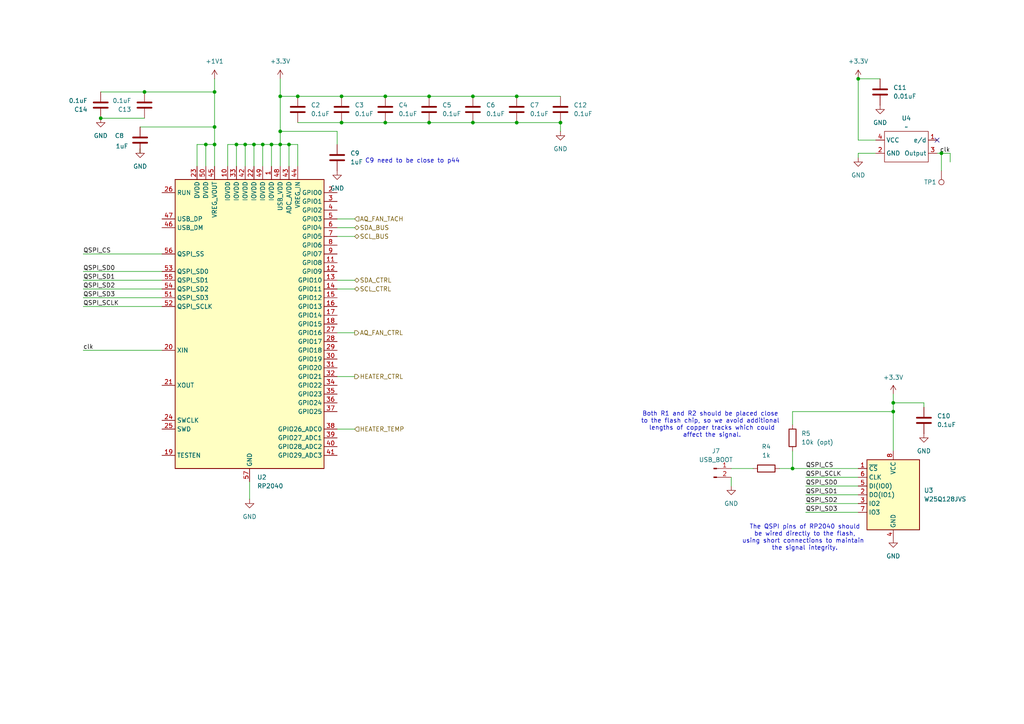
<source format=kicad_sch>
(kicad_sch (version 20231120) (generator "eeschema") (generator_version "8.0")
  (paper "A4")
  (lib_symbols
    (symbol "Connector:Conn_01x02_Pin" (pin_names (offset 1.016) hide)
      (property "Reference" "J" (at 0 2.54 0))
      (property "Value" "Conn_01x02_Pin" (at 0 -5.08 0))
      (symbol "Conn_01x02_Pin_1_1"
        (polyline (pts (xy 1.27 -2.54) (xy 0.8636 -2.54)) (stroke (width 0.1524)))
        (polyline (pts (xy 1.27 0) (xy 0.8636 0)) (stroke (width 0.1524)))
        (rectangle (start 0.8636 -2.413) (end 0 -2.667) (stroke (width 0.1524)) (fill (type outline)))
        (rectangle (start 0.8636 0.127) (end 0 -0.127) (stroke (width 0.1524)) (fill (type outline)))
        (pin passive line (at 5.08 0 180) (length 3.81) (name "Pin_1") (number "1"))
        (pin passive line (at 5.08 -2.54 180) (length 3.81) (name "Pin_2") (number "2"))
      )
    )
    (symbol "Connector:TestPoint" (pin_numbers hide) (pin_names (offset 0.762) hide)
      (property "Reference" "TP" (at 0 6.858 0))
      (property "Value" "TestPoint" (at 0 5.08 0))
      (symbol "TestPoint_0_1"
        (circle (center 0 3.302) (radius 0.762))
      )
      (symbol "TestPoint_1_1"
        (pin passive line (at 0 0 90) (length 2.54) (name "1") (number "1"))
      )
    )
    (symbol "Device:C" (pin_numbers hide) (pin_names (offset 0.254))
      (property "Reference" "C" (at 0.635 2.54 0))
      (property "Value" "C" (at 0.635 -2.54 0))
      (symbol "C_0_1"
        (polyline (pts (xy -2.032 -0.762) (xy 2.032 -0.762)) (stroke (width 0.508)))
        (polyline (pts (xy -2.032 0.762) (xy 2.032 0.762)) (stroke (width 0.508)))
      )
      (symbol "C_1_1"
        (pin passive line (at 0 3.81 270) (length 2.794) (name "~") (number "1"))
        (pin passive line (at 0 -3.81 90) (length 2.794) (name "~") (number "2"))
      )
    )
    (symbol "Device:R" (pin_numbers hide) (pin_names (offset 0))
      (property "Reference" "R" (at 2.032 0 90))
      (property "Value" "R" (at 0 0 90))
      (symbol "R_0_1"
        (rectangle (start -1.016 -2.54) (end 1.016 2.54) (stroke (width 0.254)))
      )
      (symbol "R_1_1"
        (pin passive line (at 0 3.81 270) (length 1.27) (name "~") (number "1"))
        (pin passive line (at 0 -3.81 90) (length 1.27) (name "~") (number "2"))
      )
    )
    (symbol "MCU_RaspberryPi:RP2040"
      (property "Reference" "U2" (at 2.1941 -44.45 0))
      (property "Value" "RP2040" (at 2.1941 -46.99 0))
      (symbol "RP2040_0_1"
        (rectangle (start -21.59 41.91) (end 21.59 -41.91) (stroke (width 0.254)) (fill (type background)))
      )
      (symbol "RP2040_1_1"
        (pin power_in line (at 6.35 45.72 270) (length 3.81) (name "IOVDD") (number "1"))
        (pin passive line (at -6.35 45.72 270) (length 3.81) (name "IOVDD") (number "10"))
        (pin bidirectional line (at 25.4 17.78 180) (length 3.81) (name "GPIO8") (number "11"))
        (pin bidirectional line (at 25.4 15.24 180) (length 3.81) (name "GPIO9") (number "12"))
        (pin bidirectional line (at 25.4 12.7 180) (length 3.81) (name "GPIO10") (number "13"))
        (pin bidirectional line (at 25.4 10.16 180) (length 3.81) (name "GPIO11") (number "14"))
        (pin bidirectional line (at 25.4 7.62 180) (length 3.81) (name "GPIO12") (number "15"))
        (pin bidirectional line (at 25.4 5.08 180) (length 3.81) (name "GPIO13") (number "16"))
        (pin bidirectional line (at 25.4 2.54 180) (length 3.81) (name "GPIO14") (number "17"))
        (pin bidirectional line (at 25.4 0 180) (length 3.81) (name "GPIO15") (number "18"))
        (pin input line (at -25.4 -38.1 0) (length 3.81) (name "TESTEN") (number "19"))
        (pin bidirectional line (at 25.4 38.1 180) (length 3.81) (name "GPIO0") (number "2"))
        (pin input line (at -25.4 -7.62 0) (length 3.81) (name "XIN") (number "20"))
        (pin passive line (at -25.4 -17.78 0) (length 3.81) (name "XOUT") (number "21"))
        (pin passive line (at 1.27 45.72 270) (length 3.81) (name "IOVDD") (number "22"))
        (pin power_in line (at -15.24 45.72 270) (length 3.81) (name "DVDD") (number "23"))
        (pin input line (at -25.4 -27.94 0) (length 3.81) (name "SWCLK") (number "24"))
        (pin bidirectional line (at -25.4 -30.48 0) (length 3.81) (name "SWD") (number "25"))
        (pin input line (at -25.4 38.1 0) (length 3.81) (name "RUN") (number "26"))
        (pin bidirectional line (at 25.4 -2.54 180) (length 3.81) (name "GPIO16") (number "27"))
        (pin bidirectional line (at 25.4 -5.08 180) (length 3.81) (name "GPIO17") (number "28"))
        (pin bidirectional line (at 25.4 -7.62 180) (length 3.81) (name "GPIO18") (number "29"))
        (pin bidirectional line (at 25.4 35.56 180) (length 3.81) (name "GPIO1") (number "3"))
        (pin bidirectional line (at 25.4 -10.16 180) (length 3.81) (name "GPIO19") (number "30"))
        (pin bidirectional line (at 25.4 -12.7 180) (length 3.81) (name "GPIO20") (number "31"))
        (pin bidirectional line (at 25.4 -15.24 180) (length 3.81) (name "GPIO21") (number "32"))
        (pin passive line (at -3.81 45.72 270) (length 3.81) (name "IOVDD") (number "33"))
        (pin bidirectional line (at 25.4 -17.78 180) (length 3.81) (name "GPIO22") (number "34"))
        (pin bidirectional line (at 25.4 -20.32 180) (length 3.81) (name "GPIO23") (number "35"))
        (pin bidirectional line (at 25.4 -22.86 180) (length 3.81) (name "GPIO24") (number "36"))
        (pin bidirectional line (at 25.4 -25.4 180) (length 3.81) (name "GPIO25") (number "37"))
        (pin bidirectional line (at 25.4 -30.48 180) (length 3.81) (name "GPIO26_ADC0") (number "38"))
        (pin bidirectional line (at 25.4 -33.02 180) (length 3.81) (name "GPIO27_ADC1") (number "39"))
        (pin bidirectional line (at 25.4 33.02 180) (length 3.81) (name "GPIO2") (number "4"))
        (pin bidirectional line (at 25.4 -35.56 180) (length 3.81) (name "GPIO28_ADC2") (number "40"))
        (pin bidirectional line (at 25.4 -38.1 180) (length 3.81) (name "GPIO29_ADC3") (number "41"))
        (pin passive line (at -1.27 45.72 270) (length 3.81) (name "IOVDD") (number "42"))
        (pin power_in line (at 11.43 45.72 270) (length 3.81) (name "ADC_AVDD") (number "43"))
        (pin power_in line (at 13.97 45.72 270) (length 3.81) (name "VREG_IN") (number "44"))
        (pin power_out line (at -10.16 45.72 270) (length 3.81) (name "VREG_VOUT") (number "45"))
        (pin bidirectional line (at -25.4 27.94 0) (length 3.81) (name "USB_DM") (number "46"))
        (pin bidirectional line (at -25.4 30.48 0) (length 3.81) (name "USB_DP") (number "47"))
        (pin power_in line (at 8.89 45.72 270) (length 3.81) (name "USB_VDD") (number "48"))
        (pin passive line (at 3.81 45.72 270) (length 3.81) (name "IOVDD") (number "49"))
        (pin bidirectional line (at 25.4 30.48 180) (length 3.81) (name "GPIO3") (number "5"))
        (pin passive line (at -12.7 45.72 270) (length 3.81) (name "DVDD") (number "50"))
        (pin bidirectional line (at -25.4 7.62 0) (length 3.81) (name "QSPI_SD3") (number "51"))
        (pin output line (at -25.4 5.08 0) (length 3.81) (name "QSPI_SCLK") (number "52"))
        (pin bidirectional line (at -25.4 15.24 0) (length 3.81) (name "QSPI_SD0") (number "53"))
        (pin bidirectional line (at -25.4 10.16 0) (length 3.81) (name "QSPI_SD2") (number "54"))
        (pin bidirectional line (at -25.4 12.7 0) (length 3.81) (name "QSPI_SD1") (number "55"))
        (pin bidirectional line (at -25.4 20.32 0) (length 3.81) (name "QSPI_SS") (number "56"))
        (pin power_in line (at 0 -45.72 90) (length 3.81) (name "GND") (number "57"))
        (pin bidirectional line (at 25.4 27.94 180) (length 3.81) (name "GPIO4") (number "6"))
        (pin bidirectional line (at 25.4 25.4 180) (length 3.81) (name "GPIO5") (number "7"))
        (pin bidirectional line (at 25.4 22.86 180) (length 3.81) (name "GPIO6") (number "8"))
        (pin bidirectional line (at 25.4 20.32 180) (length 3.81) (name "GPIO7") (number "9"))
      )
    )
    (symbol "Memory_Flash:W25Q128JVS"
      (property "Reference" "U" (at -8.89 8.89 0))
      (property "Value" "W25Q128JVS" (at 7.62 8.89 0))
      (symbol "W25Q128JVS_0_1"
        (rectangle (start -7.62 10.16) (end 7.62 -10.16) (stroke (width 0.254)) (fill (type background)))
      )
      (symbol "W25Q128JVS_1_1"
        (pin input line (at -10.16 7.62 0) (length 2.54) (name "~{CS}") (number "1"))
        (pin bidirectional line (at -10.16 0 0) (length 2.54) (name "DO(IO1)") (number "2"))
        (pin bidirectional line (at -10.16 -2.54 0) (length 2.54) (name "IO2") (number "3"))
        (pin power_in line (at 0 -12.7 90) (length 2.54) (name "GND") (number "4"))
        (pin bidirectional line (at -10.16 2.54 0) (length 2.54) (name "DI(IO0)") (number "5"))
        (pin input line (at -10.16 5.08 0) (length 2.54) (name "CLK") (number "6"))
        (pin bidirectional line (at -10.16 -5.08 0) (length 2.54) (name "IO3") (number "7"))
        (pin power_in line (at 0 12.7 270) (length 2.54) (name "VCC") (number "8"))
      )
    )
    (symbol "OSC-S3:OSC-S3"
      (property "Reference" "U4" (at 0 2.54 0))
      (property "Value" "~" (at 0 0 0))
      (symbol "OSC-S3_0_1"
        (rectangle (start -6.35 -1.27) (end 6.35 -10.16))
      )
      (symbol "OSC-S3_1_1"
        (pin input line (at 8.89 -3.81 180) (length 2.54) (name "e/d") (number "1"))
        (pin output line (at -8.89 -7.62 0) (length 2.54) (name "GND") (number "2"))
        (pin output line (at 8.89 -7.62 180) (length 2.54) (name "Output") (number "3"))
        (pin power_in line (at -8.89 -3.81 0) (length 2.54) (name "VCC") (number "4"))
      )
    )
    (symbol "power:+1V1" (power) (pin_numbers hide) (pin_names (offset 0) hide)
      (property "Value" "+1V1" (at 0 3.556 0))
      (symbol "+1V1_0_1"
        (polyline (pts (xy -0.762 1.27) (xy 0 2.54)))
        (polyline (pts (xy 0 0) (xy 0 2.54)))
        (polyline (pts (xy 0 2.54) (xy 0.762 1.27)))
      )
      (symbol "+1V1_1_1"
        (pin power_in line (at 0 0 90) (length 0) (name "~") (number "1"))
      )
    )
    (symbol "power:+3.3V" (power) (pin_numbers hide) (pin_names (offset 0) hide)
      (property "Value" "+3.3V" (at 0 3.556 0))
      (symbol "+3.3V_0_1"
        (polyline (pts (xy -0.762 1.27) (xy 0 2.54)))
        (polyline (pts (xy 0 0) (xy 0 2.54)))
        (polyline (pts (xy 0 2.54) (xy 0.762 1.27)))
      )
      (symbol "+3.3V_1_1"
        (pin power_in line (at 0 0 90) (length 0) (name "~") (number "1"))
      )
    )
    (symbol "power:GND" (power) (pin_numbers hide) (pin_names (offset 0) hide)
      (property "Value" "GND" (at 0 -3.81 0))
      (symbol "GND_0_1"
        (polyline (pts (xy 0 0) (xy 0 -1.27) (xy 1.27 -1.27) (xy 0 -2.54) (xy -1.27 -1.27) (xy 0 -1.27)))
      )
      (symbol "GND_1_1"
        (pin power_in line (at 0 0 270) (length 0) (name "~") (number "1"))
      )
    )
  )
  (junction (at 137.16 27.94))
  (junction (at 62.23 41.91))
  (junction (at 81.28 38.1))
  (junction (at 248.92 22.86))
  (junction (at 111.76 35.56))
  (junction (at 229.87 135.89))
  (junction (at 149.86 27.94))
  (junction (at 259.08 119.38))
  (junction (at 259.08 116.84))
  (junction (at 62.23 36.83))
  (junction (at 81.28 27.94))
  (junction (at 59.69 41.91))
  (junction (at 41.91 26.67))
  (junction (at 162.56 35.56))
  (junction (at 78.74 41.91))
  (junction (at 81.28 41.91))
  (junction (at 137.16 35.56))
  (junction (at 86.36 27.94))
  (junction (at 68.58 41.91))
  (junction (at 99.06 35.56))
  (junction (at 149.86 35.56))
  (junction (at 76.2 41.91))
  (junction (at 29.21 34.29))
  (junction (at 99.06 27.94))
  (junction (at 62.23 26.67))
  (junction (at 83.82 41.91))
  (junction (at 124.46 35.56))
  (junction (at 124.46 27.94))
  (junction (at 111.76 27.94))
  (junction (at 273.05 44.45))
  (junction (at 71.12 41.91))
  (junction (at 73.66 41.91))
  (no_connect (at 271.78 40.64))
  (wire (pts (xy 233.68 148.59) (xy 248.92 148.59)))
  (wire (pts (xy 83.82 41.91) (xy 86.36 41.91)))
  (wire (pts (xy 41.91 26.67) (xy 29.21 26.67)))
  (wire (pts (xy 40.64 44.45) (xy 40.64 43.18)))
  (wire (pts (xy 254 40.64) (xy 248.92 40.64)))
  (wire (pts (xy 81.28 41.91) (xy 81.28 48.26)))
  (wire (pts (xy 233.68 140.97) (xy 248.92 140.97)))
  (wire (pts (xy 229.87 135.89) (xy 248.92 135.89)))
  (wire (pts (xy 97.79 109.22) (xy 102.87 109.22)))
  (wire (pts (xy 248.92 44.45) (xy 254 44.45)))
  (wire (pts (xy 267.97 116.84) (xy 267.97 118.11)))
  (wire (pts (xy 71.12 41.91) (xy 71.12 48.26)))
  (wire (pts (xy 24.13 88.9) (xy 46.99 88.9)))
  (wire (pts (xy 24.13 86.36) (xy 46.99 86.36)))
  (wire (pts (xy 59.69 41.91) (xy 62.23 41.91)))
  (wire (pts (xy 76.2 41.91) (xy 76.2 48.26)))
  (wire (pts (xy 71.12 41.91) (xy 73.66 41.91)))
  (wire (pts (xy 259.08 130.81) (xy 259.08 119.38)))
  (wire (pts (xy 273.05 44.45) (xy 273.05 49.53)))
  (wire (pts (xy 73.66 41.91) (xy 73.66 48.26)))
  (wire (pts (xy 273.05 44.45) (xy 275.59 44.45)))
  (wire (pts (xy 81.28 38.1) (xy 81.28 41.91)))
  (wire (pts (xy 66.04 48.26) (xy 66.04 41.91)))
  (wire (pts (xy 259.08 119.38) (xy 229.87 119.38)))
  (wire (pts (xy 86.36 35.56) (xy 99.06 35.56)))
  (wire (pts (xy 59.69 48.26) (xy 59.69 41.91)))
  (wire (pts (xy 233.68 146.05) (xy 248.92 146.05)))
  (wire (pts (xy 62.23 22.86) (xy 62.23 26.67)))
  (wire (pts (xy 40.64 36.83) (xy 62.23 36.83)))
  (wire (pts (xy 124.46 27.94) (xy 137.16 27.94)))
  (wire (pts (xy 162.56 35.56) (xy 162.56 38.1)))
  (wire (pts (xy 57.15 48.26) (xy 57.15 41.91)))
  (wire (pts (xy 81.28 27.94) (xy 81.28 38.1)))
  (wire (pts (xy 24.13 83.82) (xy 46.99 83.82)))
  (wire (pts (xy 233.68 143.51) (xy 248.92 143.51)))
  (wire (pts (xy 41.91 34.29) (xy 29.21 34.29)))
  (wire (pts (xy 102.87 66.04) (xy 97.79 66.04)))
  (wire (pts (xy 86.36 27.94) (xy 99.06 27.94)))
  (wire (pts (xy 248.92 45.72) (xy 248.92 44.45)))
  (wire (pts (xy 86.36 41.91) (xy 86.36 48.26)))
  (wire (pts (xy 137.16 27.94) (xy 149.86 27.94)))
  (wire (pts (xy 149.86 35.56) (xy 162.56 35.56)))
  (wire (pts (xy 68.58 41.91) (xy 71.12 41.91)))
  (wire (pts (xy 97.79 41.91) (xy 97.79 38.1)))
  (wire (pts (xy 248.92 22.86) (xy 255.27 22.86)))
  (wire (pts (xy 102.87 68.58) (xy 97.79 68.58)))
  (wire (pts (xy 83.82 41.91) (xy 83.82 48.26)))
  (wire (pts (xy 24.13 78.74) (xy 46.99 78.74)))
  (wire (pts (xy 78.74 41.91) (xy 78.74 48.26)))
  (wire (pts (xy 66.04 41.91) (xy 68.58 41.91)))
  (wire (pts (xy 149.86 27.94) (xy 162.56 27.94)))
  (wire (pts (xy 78.74 41.91) (xy 81.28 41.91)))
  (wire (pts (xy 81.28 41.91) (xy 83.82 41.91)))
  (wire (pts (xy 72.39 139.7) (xy 72.39 144.78)))
  (wire (pts (xy 111.76 27.94) (xy 124.46 27.94)))
  (wire (pts (xy 24.13 101.6) (xy 46.99 101.6)))
  (wire (pts (xy 97.79 81.28) (xy 102.87 81.28)))
  (wire (pts (xy 24.13 81.28) (xy 46.99 81.28)))
  (wire (pts (xy 57.15 41.91) (xy 59.69 41.91)))
  (wire (pts (xy 99.06 27.94) (xy 111.76 27.94)))
  (wire (pts (xy 76.2 41.91) (xy 78.74 41.91)))
  (wire (pts (xy 97.79 63.5) (xy 102.87 63.5)))
  (wire (pts (xy 233.68 138.43) (xy 248.92 138.43)))
  (wire (pts (xy 212.09 138.43) (xy 212.09 140.97)))
  (wire (pts (xy 259.08 116.84) (xy 267.97 116.84)))
  (wire (pts (xy 97.79 83.82) (xy 102.87 83.82)))
  (wire (pts (xy 97.79 96.52) (xy 102.87 96.52)))
  (wire (pts (xy 62.23 26.67) (xy 41.91 26.67)))
  (wire (pts (xy 99.06 35.56) (xy 111.76 35.56)))
  (wire (pts (xy 259.08 114.3) (xy 259.08 116.84)))
  (wire (pts (xy 226.06 135.89) (xy 229.87 135.89)))
  (wire (pts (xy 229.87 130.81) (xy 229.87 135.89)))
  (wire (pts (xy 259.08 119.38) (xy 259.08 116.84)))
  (wire (pts (xy 212.09 135.89) (xy 218.44 135.89)))
  (wire (pts (xy 81.28 22.86) (xy 81.28 27.94)))
  (wire (pts (xy 275.59 44.45) (xy 275.59 46.99)))
  (wire (pts (xy 248.92 40.64) (xy 248.92 22.86)))
  (wire (pts (xy 124.46 35.56) (xy 137.16 35.56)))
  (wire (pts (xy 229.87 119.38) (xy 229.87 123.19)))
  (wire (pts (xy 97.79 124.46) (xy 102.87 124.46)))
  (wire (pts (xy 68.58 41.91) (xy 68.58 48.26)))
  (wire (pts (xy 271.78 44.45) (xy 273.05 44.45)))
  (wire (pts (xy 137.16 35.56) (xy 149.86 35.56)))
  (wire (pts (xy 24.13 73.66) (xy 46.99 73.66)))
  (wire (pts (xy 111.76 35.56) (xy 124.46 35.56)))
  (wire (pts (xy 62.23 26.67) (xy 62.23 36.83)))
  (wire (pts (xy 62.23 36.83) (xy 62.23 41.91)))
  (wire (pts (xy 97.79 38.1) (xy 81.28 38.1)))
  (wire (pts (xy 81.28 27.94) (xy 86.36 27.94)))
  (wire (pts (xy 73.66 41.91) (xy 76.2 41.91)))
  (wire (pts (xy 62.23 41.91) (xy 62.23 48.26)))
  (text "C9 need to be close to p44" (at 119.634 46.736 0) (effects (font (size 1.27 1.27))))
  (text "Both R1 and R2 should be placed close \nto the flash chip, so we avoid additional \nlengths of copper tracks which could\naffect the signal." (at 206.502 123.19 0) (effects (font (size 1.27 1.27))))
  (text "The QSPI pins of RP2040 should\nbe wired directly to the flash,\nusing short connections to maintain \nthe signal integrity." (at 233.426 155.956 0) (effects (font (size 1.27 1.27))))
  (label "QSPI_SD0" (at 233.68 140.97 0))
  (label "QSPI_SD1" (at 233.68 143.51 0))
  (label "clk" (at 24.13 101.6 0))
  (label "QSPI_SD1" (at 24.13 81.28 0))
  (label "clk" (at 275.59 44.45 180))
  (label "QSPI_SD3" (at 233.68 148.59 0))
  (label "QSPI_CS" (at 24.13 73.66 0))
  (label "QSPI_SD2" (at 24.13 83.82 0))
  (label "QSPI_SD0" (at 24.13 78.74 0))
  (label "QSPI_CS" (at 233.68 135.89 0))
  (label "QSPI_SD3" (at 24.13 86.36 0))
  (label "QSPI_SD2" (at 233.68 146.05 0))
  (label "QSPI_SCLK" (at 24.13 88.9 0))
  (label "QSPI_SCLK" (at 233.68 138.43 0))
  (hierarchical_label "SCL_BUS" (shape bidirectional) (at 102.87 68.58 0))
  (hierarchical_label "AQ_FAN_CTRL" (shape output) (at 102.87 96.52 0))
  (hierarchical_label "SCL_CTRL" (shape bidirectional) (at 102.87 83.82 0))
  (hierarchical_label "SDA_CTRL" (shape bidirectional) (at 102.87 81.28 0))
  (hierarchical_label "HEATER_TEMP" (shape input) (at 102.87 124.46 0))
  (hierarchical_label "SDA_BUS" (shape bidirectional) (at 102.87 66.04 0))
  (hierarchical_label "HEATER_CTRL" (shape output) (at 102.87 109.22 0))
  (hierarchical_label "AQ_FAN_TACH" (shape input) (at 102.87 63.5 0))
  (symbol (lib_id "power:+1V1") (at 62.23 22.86 0) (unit 1)
    (property "Reference" "#PWR08" (effects (hide yes)))
    (property "Value" "+1V1" (at 62.23 17.78 0))
    (property "Description" "Power symbol creates a global label with name \"+1V1\"" (effects (hide yes)))
  )
  (symbol (lib_id "Device:C") (at 162.56 31.75 0) (unit 1)
    (property "Reference" "C12" (at 166.37 30.4799 0) (effects (justify left)))
    (property "Value" "0.1uF" (at 166.37 33.0199 0) (effects (justify left)))
    (property "Footprint" "Capacitor_SMD:C_0603_1608Metric" (effects (hide yes)))
    (property "Description" "Unpolarized capacitor" (effects (hide yes)))
  )
  (symbol (lib_id "Device:C") (at 255.27 26.67 180) (unit 1)
    (property "Reference" "C11" (at 259.08 25.3999 0) (effects (justify right)))
    (property "Value" "0.01uF" (at 259.08 27.9399 0) (effects (justify right)))
    (property "Footprint" "Capacitor_SMD:C_0603_1608Metric" (effects (hide yes)))
    (property "Description" "Unpolarized capacitor" (effects (hide yes)))
  )
  (symbol (lib_id "power:GND") (at 40.64 43.18 0) (unit 1)
    (property "Reference" "#PWR07" (effects (hide yes)))
    (property "Value" "GND" (at 40.64 48.26 0))
    (property "Description" "Power symbol creates a global label with name \"GND\" , ground" (effects (hide yes)))
  )
  (symbol (lib_id "power:GND") (at 97.79 49.53 0) (unit 1)
    (property "Reference" "#PWR011" (effects (hide yes)))
    (property "Value" "GND" (at 97.79 54.61 0))
    (property "Description" "Power symbol creates a global label with name \"GND\" , ground" (effects (hide yes)))
  )
  (symbol (lib_id "power:GND") (at 72.39 144.78 0) (unit 1)
    (property "Reference" "#PWR09" (effects (hide yes)))
    (property "Value" "GND" (at 72.39 149.86 0))
    (property "Description" "Power symbol creates a global label with name \"GND\" , ground" (effects (hide yes)))
  )
  (symbol (lib_id "OSC-S3:OSC-S3") (at 262.89 36.83 0) (unit 1)
    (property "Reference" "U4" (at 262.89 34.29 0))
    (property "Value" "~" (at 262.89 36.83 0))
    (property "Footprint" "Library:OSC-S3" (effects (hide yes)))
  )
  (symbol (lib_id "power:GND") (at 259.08 156.21 0) (unit 1)
    (property "Reference" "#PWR019" (effects (hide yes)))
    (property "Value" "GND" (at 259.08 161.29 0))
    (property "Description" "Power symbol creates a global label with name \"GND\" , ground" (effects (hide yes)))
  )
  (symbol (lib_id "power:+3.3V") (at 259.08 114.3 0) (unit 1)
    (property "Reference" "#PWR018" (effects (hide yes)))
    (property "Value" "+3.3V" (at 259.08 109.474 0))
    (property "Description" "Power symbol creates a global label with name \"+3.3V\"" (effects (hide yes)))
  )
  (symbol (lib_id "Device:C") (at 40.64 40.64 180) (unit 1)
    (property "Reference" "C8" (at 33.274 39.37 0) (effects (justify right)))
    (property "Value" "1uF" (at 33.528 42.418 0) (effects (justify right)))
    (property "Footprint" "Capacitor_SMD:C_0603_1608Metric" (effects (hide yes)))
    (property "Description" "Unpolarized capacitor" (effects (hide yes)))
  )
  (symbol (lib_id "Device:C") (at 99.06 31.75 0) (unit 1)
    (property "Reference" "C3" (at 102.87 30.4799 0) (effects (justify left)))
    (property "Value" "0.1uF" (at 102.87 33.0199 0) (effects (justify left)))
    (property "Footprint" "Capacitor_SMD:C_0603_1608Metric" (effects (hide yes)))
    (property "Description" "Unpolarized capacitor" (effects (hide yes)))
  )
  (symbol (lib_id "Memory_Flash:W25Q128JVS") (at 259.08 143.51 0) (unit 1)
    (property "Reference" "U3" (at 267.97 142.2399 0) (effects (justify left)))
    (property "Value" "W25Q128JVS" (at 267.97 144.7799 0) (effects (justify left)))
    (property "Footprint" "Package_SO:SOIC-8_5.23x5.23mm_P1.27mm" (effects (hide yes)))
    (property "Datasheet" "http://www.winbond.com/resource-files/w25q128jv_dtr%20revc%2003272018%20plus.pdf" (effects (hide yes)))
    (property "Description" "128Mb Serial Flash Memory, Standard/Dual/Quad SPI, SOIC-8" (effects (hide yes)))
  )
  (symbol (lib_id "Device:C") (at 124.46 31.75 0) (unit 1)
    (property "Reference" "C5" (at 128.27 30.4799 0) (effects (justify left)))
    (property "Value" "0.1uF" (at 128.27 33.0199 0) (effects (justify left)))
    (property "Footprint" "Capacitor_SMD:C_0603_1608Metric" (effects (hide yes)))
    (property "Description" "Unpolarized capacitor" (effects (hide yes)))
  )
  (symbol (lib_id "Device:C") (at 267.97 121.92 0) (unit 1)
    (property "Reference" "C10" (at 271.78 120.6499 0) (effects (justify left)))
    (property "Value" "0.1uF" (at 271.78 123.1899 0) (effects (justify left)))
    (property "Footprint" "Capacitor_SMD:C_0603_1608Metric" (effects (hide yes)))
    (property "Description" "Unpolarized capacitor" (effects (hide yes)))
  )
  (symbol (lib_id "Device:C") (at 86.36 31.75 0) (unit 1)
    (property "Reference" "C2" (at 90.17 30.4799 0) (effects (justify left)))
    (property "Value" "0.1uF" (at 90.17 33.0199 0) (effects (justify left)))
    (property "Footprint" "Capacitor_SMD:C_0603_1608Metric" (effects (hide yes)))
    (property "Description" "Unpolarized capacitor" (effects (hide yes)))
  )
  (symbol (lib_id "Device:C") (at 111.76 31.75 0) (unit 1)
    (property "Reference" "C4" (at 115.57 30.4799 0) (effects (justify left)))
    (property "Value" "0.1uF" (at 115.57 33.0199 0) (effects (justify left)))
    (property "Footprint" "Capacitor_SMD:C_0603_1608Metric" (effects (hide yes)))
    (property "Description" "Unpolarized capacitor" (effects (hide yes)))
  )
  (symbol (lib_id "power:GND") (at 29.21 34.29 0) (unit 1)
    (property "Reference" "#PWR06" (effects (hide yes)))
    (property "Value" "GND" (at 29.21 39.37 0))
    (property "Description" "Power symbol creates a global label with name \"GND\" , ground" (effects (hide yes)))
  )
  (symbol (lib_id "power:GND") (at 255.27 30.48 0) (unit 1)
    (property "Reference" "#PWR015" (effects (hide yes)))
    (property "Value" "GND" (at 255.27 35.56 0))
    (property "Description" "Power symbol creates a global label with name \"GND\" , ground" (effects (hide yes)))
  )
  (symbol (lib_id "Device:C") (at 149.86 31.75 0) (unit 1)
    (property "Reference" "C7" (at 153.67 30.4799 0) (effects (justify left)))
    (property "Value" "0.1uF" (at 153.67 33.0199 0) (effects (justify left)))
    (property "Footprint" "Capacitor_SMD:C_0603_1608Metric" (effects (hide yes)))
    (property "Description" "Unpolarized capacitor" (effects (hide yes)))
  )
  (symbol (lib_id "Device:C") (at 41.91 30.48 180) (unit 1)
    (property "Reference" "C13" (at 38.1 31.7501 0) (effects (justify left)))
    (property "Value" "0.1uF" (at 38.1 29.2101 0) (effects (justify left)))
    (property "Footprint" "Capacitor_SMD:C_0603_1608Metric" (effects (hide yes)))
    (property "Description" "Unpolarized capacitor" (effects (hide yes)))
  )
  (symbol (lib_id "MCU_RaspberryPi:RP2040") (at 72.39 93.98 0) (unit 1)
    (property "Reference" "U2" (at 74.5841 138.43 0) (effects (justify left)))
    (property "Value" "RP2040" (at 74.5841 140.97 0) (effects (justify left)))
    (property "Footprint" "rpi:RP2040-QFN-56" (effects (hide yes)))
    (property "Datasheet" "https://datasheets.raspberrypi.com/rp2040/rp2040-datasheet.pdf" (effects (hide yes)))
    (property "Description" "A microcontroller by Raspberry Pi" (effects (hide yes)))
  )
  (symbol (lib_id "power:GND") (at 212.09 140.97 0) (unit 1)
    (property "Reference" "#PWR017" (effects (hide yes)))
    (property "Value" "GND" (at 212.09 146.05 0))
    (property "Description" "Power symbol creates a global label with name \"GND\" , ground" (effects (hide yes)))
  )
  (symbol (lib_id "Device:R") (at 229.87 127 0) (unit 1)
    (property "Reference" "R5" (at 232.41 125.7299 0) (effects (justify left)))
    (property "Value" "10k (opt)" (at 232.41 128.2699 0) (effects (justify left)))
    (property "Footprint" "Resistor_SMD:R_0805_2012Metric" (effects (hide yes)))
    (property "Description" "Resistor" (effects (hide yes)))
  )
  (symbol (lib_id "power:GND") (at 248.92 45.72 0) (unit 1)
    (property "Reference" "#PWR014" (effects (hide yes)))
    (property "Value" "GND" (at 248.92 50.8 0))
    (property "Description" "Power symbol creates a global label with name \"GND\" , ground" (effects (hide yes)))
  )
  (symbol (lib_id "Device:C") (at 97.79 45.72 0) (unit 1)
    (property "Reference" "C9" (at 101.6 44.4499 0) (effects (justify left)))
    (property "Value" "1uF" (at 101.6 46.9899 0) (effects (justify left)))
    (property "Footprint" "Capacitor_SMD:C_0603_1608Metric" (effects (hide yes)))
    (property "Description" "Unpolarized capacitor" (effects (hide yes)))
  )
  (symbol (lib_id "power:GND") (at 162.56 38.1 0) (unit 1)
    (property "Reference" "#PWR016" (effects (hide yes)))
    (property "Value" "GND" (at 162.56 43.18 0))
    (property "Description" "Power symbol creates a global label with name \"GND\" , ground" (effects (hide yes)))
  )
  (symbol (lib_id "power:GND") (at 267.97 125.73 0) (unit 1)
    (property "Reference" "#PWR020" (effects (hide yes)))
    (property "Value" "GND" (at 267.97 130.81 0))
    (property "Description" "Power symbol creates a global label with name \"GND\" , ground" (effects (hide yes)))
  )
  (symbol (lib_id "Connector:TestPoint") (at 273.05 49.53 180) (unit 1)
    (property "Reference" "TP1" (at 267.97 52.832 0) (effects (justify right)))
    (property "Value" "TestPoint" (effects (hide yes)))
    (property "Footprint" "TestPoint:TestPoint_Pad_D1.5mm" (effects (hide yes)))
    (property "Description" "test point" (effects (hide yes)))
  )
  (symbol (lib_id "Device:C") (at 137.16 31.75 0) (unit 1)
    (property "Reference" "C6" (at 140.97 30.4799 0) (effects (justify left)))
    (property "Value" "0.1uF" (at 140.97 33.0199 0) (effects (justify left)))
    (property "Footprint" "Capacitor_SMD:C_0603_1608Metric" (effects (hide yes)))
    (property "Description" "Unpolarized capacitor" (effects (hide yes)))
  )
  (symbol (lib_id "power:+3.3V") (at 248.92 22.86 0) (unit 1)
    (property "Reference" "#PWR013" (effects (hide yes)))
    (property "Value" "+3.3V" (at 248.92 17.78 0))
    (property "Description" "Power symbol creates a global label with name \"+3.3V\"" (effects (hide yes)))
  )
  (symbol (lib_id "power:+3.3V") (at 81.28 22.86 0) (unit 1)
    (property "Reference" "#PWR010" (effects (hide yes)))
    (property "Value" "+3.3V" (at 81.28 17.78 0))
    (property "Description" "Power symbol creates a global label with name \"+3.3V\"" (effects (hide yes)))
  )
  (symbol (lib_id "Device:C") (at 29.21 30.48 180) (unit 1)
    (property "Reference" "C14" (at 25.4 31.7501 0) (effects (justify left)))
    (property "Value" "0.1uF" (at 25.4 29.2101 0) (effects (justify left)))
    (property "Footprint" "Capacitor_SMD:C_0603_1608Metric" (effects (hide yes)))
    (property "Description" "Unpolarized capacitor" (effects (hide yes)))
  )
  (symbol (lib_id "Device:R") (at 222.25 135.89 90) (unit 1)
    (property "Reference" "R4" (at 222.25 129.54 90))
    (property "Value" "1k" (at 222.25 132.08 90))
    (property "Footprint" "Resistor_SMD:R_0805_2012Metric" (effects (hide yes)))
    (property "Description" "Resistor" (effects (hide yes)))
  )
  (symbol (lib_id "Connector:Conn_01x02_Pin") (at 207.01 135.89 0) (unit 1)
    (property "Reference" "J7" (at 207.645 130.81 0))
    (property "Value" "USB_BOOT" (at 207.645 133.35 0))
    (property "Footprint" "Connector_PinHeader_2.54mm:PinHeader_1x02_P2.54mm_Vertical" (effects (hide yes)))
    (property "Description" "Generic connector, single row, 01x02, script generated" (effects (hide yes)))
  )
)
</source>
